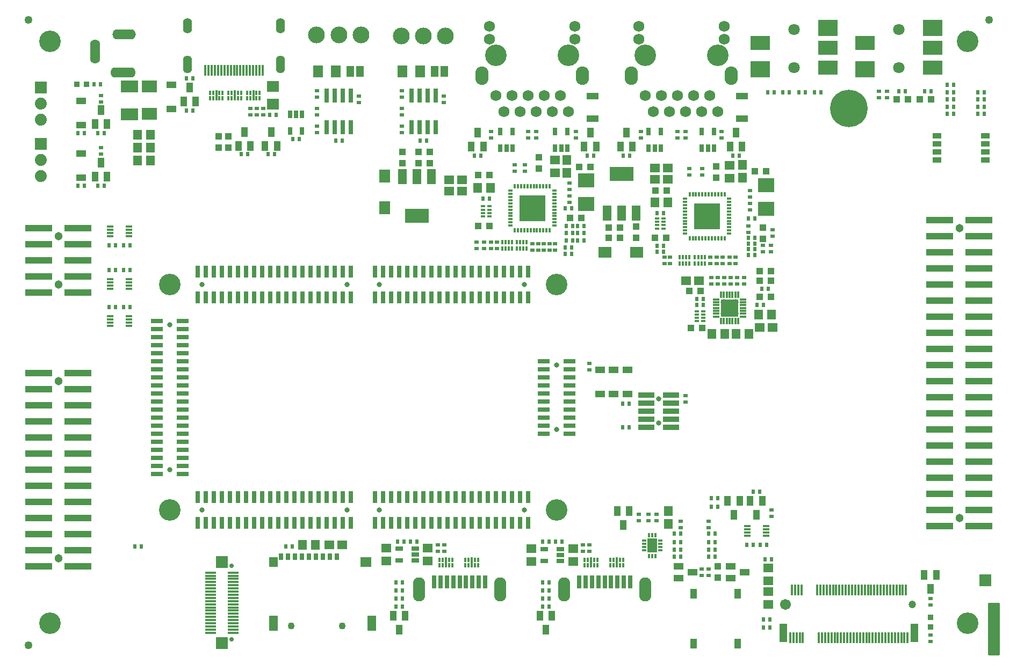
<source format=gbr>
G04 #@! TF.GenerationSoftware,KiCad,Pcbnew,5.1.0-rc2-unknown-036be7d~80~ubuntu16.04.1*
G04 #@! TF.CreationDate,2023-04-28T14:18:08+03:00*
G04 #@! TF.ProjectId,iMX8MPLUS-SOM-EVB_Rev_B,694d5838-4d50-44c5-9553-2d534f4d2d45,B*
G04 #@! TF.SameCoordinates,Original*
G04 #@! TF.FileFunction,Soldermask,Top*
G04 #@! TF.FilePolarity,Negative*
%FSLAX46Y46*%
G04 Gerber Fmt 4.6, Leading zero omitted, Abs format (unit mm)*
G04 Created by KiCad (PCBNEW 5.1.0-rc2-unknown-036be7d~80~ubuntu16.04.1) date 2023-04-28 14:18:08*
%MOMM*%
%LPD*%
G04 APERTURE LIST*
%ADD10C,1.301600*%
%ADD11R,4.351600X1.101600*%
%ADD12R,0.601600X0.651600*%
%ADD13R,1.101600X0.351600*%
%ADD14R,1.524000X1.524000*%
%ADD15R,4.101600X4.101600*%
%ADD16R,0.751600X0.351600*%
%ADD17R,0.351600X0.751600*%
%ADD18C,1.801600*%
%ADD19R,3.101599X2.201600*%
%ADD20R,3.101599X2.601600*%
%ADD21O,1.401600X2.401600*%
%ADD22R,0.351600X1.701600*%
%ADD23O,1.401600X2.801600*%
%ADD24R,1.101600X1.501600*%
%ADD25C,0.801600*%
%ADD26R,0.801600X1.901600*%
%ADD27R,1.901600X0.801600*%
%ADD28C,1.254000*%
%ADD29C,3.401601*%
%ADD30R,1.901600X1.701600*%
%ADD31R,0.651600X0.601600*%
%ADD32R,0.301600X0.776600*%
%ADD33R,0.401600X0.876600*%
%ADD34R,1.625600X1.371600*%
%ADD35R,1.879600X1.117600*%
%ADD36R,1.371600X1.625600*%
%ADD37R,1.117600X1.117600*%
%ADD38R,2.101600X1.801600*%
%ADD39R,1.501600X1.101600*%
%ADD40R,2.387600X1.879600*%
%ADD41R,1.701600X0.351600*%
%ADD42C,0.701600*%
%ADD43R,1.901600X1.901600*%
%ADD44R,2.801600X1.901600*%
%ADD45C,3.401600*%
%ADD46O,2.101600X2.901600*%
%ADD47C,1.751600*%
%ADD48R,0.700000X1.100000*%
%ADD49R,1.400000X1.600000*%
%ADD50R,1.800000X1.600000*%
%ADD51R,1.400000X2.400000*%
%ADD52C,1.101600*%
%ADD53R,1.117600X1.625600*%
%ADD54O,1.601600X3.801600*%
%ADD55O,3.701600X1.601600*%
%ADD56O,4.001600X1.601600*%
%ADD57R,0.901600X0.901600*%
%ADD58R,2.501600X2.201600*%
%ADD59R,0.426600X0.726600*%
%ADD60R,0.351600X0.726600*%
%ADD61R,0.726600X0.426600*%
%ADD62R,0.726600X0.351600*%
%ADD63R,1.301600X0.651600*%
%ADD64C,1.879600*%
%ADD65R,1.879600X1.879600*%
%ADD66R,0.801600X2.101600*%
%ADD67O,1.901600X3.801600*%
%ADD68R,3.701600X2.301600*%
%ADD69R,1.320800X2.336800*%
%ADD70R,0.651600X1.301600*%
%ADD71R,1.801600X2.101600*%
%ADD72C,2.641600*%
%ADD73R,1.270000X1.701800*%
%ADD74R,1.625600X1.879600*%
%ADD75R,0.701600X2.301600*%
%ADD76R,2.501600X0.861600*%
%ADD77R,1.001600X0.301600*%
%ADD78R,0.301600X1.001600*%
%ADD79C,1.701600*%
%ADD80C,0.991600*%
%ADD81R,2.801600X2.801600*%
%ADD82R,0.801600X0.351600*%
%ADD83R,0.351600X0.801600*%
%ADD84R,1.501600X2.201600*%
%ADD85R,1.371600X0.861600*%
%ADD86R,1.301600X2.851600*%
%ADD87R,0.351600X1.651600*%
%ADD88C,1.201600*%
%ADD89C,5.901600*%
%ADD90C,0.254000*%
G04 APERTURE END LIST*
D10*
X207010000Y-64770000D03*
X207010000Y-110490000D03*
D11*
X203885000Y-63500000D03*
X210135000Y-63500000D03*
X203885000Y-66040000D03*
X210135000Y-66040000D03*
X203885000Y-68580000D03*
X210135000Y-68580000D03*
X203885000Y-71120000D03*
X210135000Y-71120000D03*
X203885000Y-73660000D03*
X210135000Y-73660000D03*
X203885000Y-76200000D03*
X210135000Y-76200000D03*
X203885000Y-78740000D03*
X210135000Y-78740000D03*
X203885000Y-81280000D03*
X210135000Y-81280000D03*
X203885000Y-83820000D03*
X210135000Y-83820000D03*
X203885000Y-86360000D03*
X210135000Y-86360000D03*
X203885000Y-88900000D03*
X210135000Y-88900000D03*
X203885000Y-91440000D03*
X210135000Y-91440000D03*
X203885000Y-93980000D03*
X210135000Y-93980000D03*
X203885000Y-96520000D03*
X210135000Y-96520000D03*
X203885000Y-99060000D03*
X210135000Y-99060000D03*
X203885000Y-101600000D03*
X210135000Y-101600000D03*
X203885000Y-104140000D03*
X210135000Y-104140000D03*
X203885000Y-106680000D03*
X210135000Y-106680000D03*
X203885000Y-109220000D03*
X210135000Y-109220000D03*
X203885000Y-111760000D03*
X210135000Y-111760000D03*
D12*
X167894000Y-107315000D03*
X168910000Y-107315000D03*
D13*
X173601001Y-113272000D03*
X173601001Y-112772000D03*
X173601001Y-112272000D03*
X173601001Y-111772000D03*
X176601001Y-111772000D03*
X176601001Y-112272000D03*
X176601001Y-112772000D03*
X176601001Y-113272000D03*
D10*
X65024000Y-66040000D03*
D11*
X68149000Y-74930000D03*
X61899000Y-74930000D03*
X68149000Y-72390000D03*
X61899000Y-72390000D03*
X68149000Y-69850000D03*
X61899000Y-69850000D03*
X68149000Y-67310000D03*
X61899000Y-67310000D03*
X68149000Y-64770000D03*
X61899000Y-64770000D03*
D10*
X65024000Y-73660000D03*
D12*
X210947000Y-46736000D03*
X209931000Y-46736000D03*
D14*
X139700000Y-61595000D03*
D15*
X139700000Y-61595000D03*
D16*
X143175000Y-58845000D03*
X143175000Y-59345000D03*
X143175000Y-59845000D03*
X143175000Y-60345000D03*
X143175000Y-60845000D03*
X143175000Y-61345000D03*
X143175000Y-61845000D03*
X143175000Y-62345000D03*
X143175000Y-62845000D03*
X143175000Y-63345000D03*
X143175000Y-63845000D03*
X143175000Y-64345000D03*
D17*
X142450000Y-65070000D03*
X141950000Y-65070000D03*
X141450000Y-65070000D03*
X140950000Y-65070000D03*
X140450000Y-65070000D03*
X139950000Y-65070000D03*
X139450000Y-65070000D03*
X138950000Y-65070000D03*
X138450000Y-65070000D03*
X137950000Y-65070000D03*
X137450000Y-65070000D03*
X136950000Y-65070000D03*
D16*
X136225000Y-64345000D03*
X136225000Y-63845000D03*
X136225000Y-63345000D03*
X136225000Y-62845000D03*
X136225000Y-62345000D03*
X136225000Y-61845000D03*
X136225000Y-61345000D03*
X136225000Y-60845000D03*
X136225000Y-60345000D03*
X136225000Y-59845000D03*
X136225000Y-59345000D03*
X136225000Y-58845000D03*
D17*
X136950000Y-58120000D03*
X137450000Y-58120000D03*
X137950000Y-58120000D03*
X138450000Y-58120000D03*
X138950000Y-58120000D03*
X139450000Y-58120000D03*
X139950000Y-58120000D03*
X140450000Y-58120000D03*
X140950000Y-58120000D03*
X141450000Y-58120000D03*
X141950000Y-58120000D03*
X142450000Y-58120000D03*
D14*
X167259000Y-62865000D03*
D15*
X167259000Y-62865000D03*
D16*
X170734000Y-60115000D03*
X170734000Y-60615000D03*
X170734000Y-61115000D03*
X170734000Y-61615000D03*
X170734000Y-62115000D03*
X170734000Y-62615000D03*
X170734000Y-63115000D03*
X170734000Y-63615000D03*
X170734000Y-64115000D03*
X170734000Y-64615000D03*
X170734000Y-65115000D03*
X170734000Y-65615000D03*
D17*
X170009000Y-66340000D03*
X169509000Y-66340000D03*
X169009000Y-66340000D03*
X168509000Y-66340000D03*
X168009000Y-66340000D03*
X167509000Y-66340000D03*
X167009000Y-66340000D03*
X166509000Y-66340000D03*
X166009000Y-66340000D03*
X165509000Y-66340000D03*
X165009000Y-66340000D03*
X164509000Y-66340000D03*
D16*
X163784000Y-65615000D03*
X163784000Y-65115000D03*
X163784000Y-64615000D03*
X163784000Y-64115000D03*
X163784000Y-63615000D03*
X163784000Y-63115000D03*
X163784000Y-62615000D03*
X163784000Y-62115000D03*
X163784000Y-61615000D03*
X163784000Y-61115000D03*
X163784000Y-60615000D03*
X163784000Y-60115000D03*
D17*
X164509000Y-59390000D03*
X165009000Y-59390000D03*
X165509000Y-59390000D03*
X166009000Y-59390000D03*
X166509000Y-59390000D03*
X167009000Y-59390000D03*
X167509000Y-59390000D03*
X168009000Y-59390000D03*
X168509000Y-59390000D03*
X169009000Y-59390000D03*
X169509000Y-59390000D03*
X170009000Y-59390000D03*
D18*
X180975000Y-39401000D03*
X180975000Y-33401000D03*
D19*
X186275000Y-36301000D03*
X175675000Y-35501000D03*
X186275000Y-39401000D03*
D20*
X175675000Y-39701000D03*
X186275000Y-33201000D03*
D18*
X197485000Y-39401000D03*
X197485000Y-33401000D03*
D19*
X202785000Y-36301000D03*
X192185000Y-35501000D03*
X202785000Y-39401000D03*
D20*
X192185000Y-39701000D03*
X202785000Y-33201000D03*
D21*
X100010000Y-32840000D03*
D22*
X97210000Y-39840000D03*
X96710000Y-39840000D03*
X96210000Y-39840000D03*
X95710000Y-39840000D03*
X95210000Y-39840000D03*
X94710000Y-39840000D03*
X94210000Y-39840000D03*
X93710000Y-39840000D03*
X93210000Y-39840000D03*
X92710000Y-39840000D03*
X92210000Y-39840000D03*
X91710000Y-39840000D03*
X91210000Y-39840000D03*
X90710000Y-39840000D03*
X90210000Y-39840000D03*
X89710000Y-39840000D03*
X89210000Y-39840000D03*
X88710000Y-39840000D03*
X88210000Y-39840000D03*
D21*
X85410000Y-32840000D03*
D23*
X85410000Y-38890000D03*
X100010000Y-38890000D03*
D24*
X131061460Y-49697640D03*
X132016500Y-51907440D03*
X130114040Y-51907440D03*
D25*
X87630000Y-73660000D03*
D26*
X98425000Y-71628000D03*
X98425000Y-75692000D03*
X97155000Y-71628000D03*
X97155000Y-75692000D03*
X95885000Y-71628000D03*
X95885000Y-75692000D03*
X94615000Y-71628000D03*
X94615000Y-75692000D03*
X93345000Y-71628000D03*
X93345000Y-75692000D03*
X92075000Y-71628000D03*
X92075000Y-75692000D03*
X90805000Y-71628000D03*
X90805000Y-75692000D03*
X89535000Y-71628000D03*
X89535000Y-75692000D03*
X88265000Y-71628000D03*
X88265000Y-75692000D03*
X86995000Y-71628000D03*
X86995000Y-75692000D03*
X99695000Y-75692000D03*
X99695000Y-71628000D03*
X100965000Y-75692000D03*
X100965000Y-71628000D03*
X102235000Y-75692000D03*
X102235000Y-71628000D03*
X103505000Y-75692000D03*
X103505000Y-71628000D03*
X104775000Y-75692000D03*
X104775000Y-71628000D03*
X106045000Y-75692000D03*
X106045000Y-71628000D03*
X107315000Y-75692000D03*
X107315000Y-71628000D03*
X108585000Y-75692000D03*
X108585000Y-71628000D03*
X109855000Y-75692000D03*
X109855000Y-71628000D03*
X111125000Y-75692000D03*
X111125000Y-71628000D03*
D25*
X110490000Y-73660000D03*
X115570000Y-73660000D03*
D26*
X126365000Y-71628000D03*
X126365000Y-75692000D03*
X125095000Y-71628000D03*
X125095000Y-75692000D03*
X123825000Y-71628000D03*
X123825000Y-75692000D03*
X122555000Y-71628000D03*
X122555000Y-75692000D03*
X121285000Y-71628000D03*
X121285000Y-75692000D03*
X120015000Y-71628000D03*
X120015000Y-75692000D03*
X118745000Y-71628000D03*
X118745000Y-75692000D03*
X117475000Y-71628000D03*
X117475000Y-75692000D03*
X116205000Y-71628000D03*
X116205000Y-75692000D03*
X114935000Y-71628000D03*
X114935000Y-75692000D03*
X127635000Y-75692000D03*
X127635000Y-71628000D03*
X128905000Y-75692000D03*
X128905000Y-71628000D03*
X130175000Y-75692000D03*
X130175000Y-71628000D03*
X131445000Y-75692000D03*
X131445000Y-71628000D03*
X132715000Y-75692000D03*
X132715000Y-71628000D03*
X133985000Y-75692000D03*
X133985000Y-71628000D03*
X135255000Y-75692000D03*
X135255000Y-71628000D03*
X136525000Y-75692000D03*
X136525000Y-71628000D03*
X137795000Y-75692000D03*
X137795000Y-71628000D03*
X139065000Y-75692000D03*
X139065000Y-71628000D03*
D25*
X138430000Y-73660000D03*
X115570000Y-109220000D03*
D26*
X126365000Y-107188000D03*
X126365000Y-111252000D03*
X125095000Y-107188000D03*
X125095000Y-111252000D03*
X123825000Y-107188000D03*
X123825000Y-111252000D03*
X122555000Y-107188000D03*
X122555000Y-111252000D03*
X121285000Y-107188000D03*
X121285000Y-111252000D03*
X120015000Y-107188000D03*
X120015000Y-111252000D03*
X118745000Y-107188000D03*
X118745000Y-111252000D03*
X117475000Y-107188000D03*
X117475000Y-111252000D03*
X116205000Y-107188000D03*
X116205000Y-111252000D03*
X114935000Y-107188000D03*
X114935000Y-111252000D03*
X127635000Y-111252000D03*
X127635000Y-107188000D03*
X128905000Y-111252000D03*
X128905000Y-107188000D03*
X130175000Y-111252000D03*
X130175000Y-107188000D03*
X131445000Y-111252000D03*
X131445000Y-107188000D03*
X132715000Y-111252000D03*
X132715000Y-107188000D03*
X133985000Y-111252000D03*
X133985000Y-107188000D03*
X135255000Y-111252000D03*
X135255000Y-107188000D03*
X136525000Y-111252000D03*
X136525000Y-107188000D03*
X137795000Y-111252000D03*
X137795000Y-107188000D03*
X139065000Y-111252000D03*
X139065000Y-107188000D03*
D25*
X138430000Y-109220000D03*
X87630000Y-109220000D03*
D26*
X98425000Y-107188000D03*
X98425000Y-111252000D03*
X97155000Y-107188000D03*
X97155000Y-111252000D03*
X95885000Y-107188000D03*
X95885000Y-111252000D03*
X94615000Y-107188000D03*
X94615000Y-111252000D03*
X93345000Y-107188000D03*
X93345000Y-111252000D03*
X92075000Y-107188000D03*
X92075000Y-111252000D03*
X90805000Y-107188000D03*
X90805000Y-111252000D03*
X89535000Y-107188000D03*
X89535000Y-111252000D03*
X88265000Y-107188000D03*
X88265000Y-111252000D03*
X86995000Y-107188000D03*
X86995000Y-111252000D03*
X99695000Y-111252000D03*
X99695000Y-107188000D03*
X100965000Y-111252000D03*
X100965000Y-107188000D03*
X102235000Y-111252000D03*
X102235000Y-107188000D03*
X103505000Y-111252000D03*
X103505000Y-107188000D03*
X104775000Y-111252000D03*
X104775000Y-107188000D03*
X106045000Y-111252000D03*
X106045000Y-107188000D03*
X107315000Y-111252000D03*
X107315000Y-107188000D03*
X108585000Y-111252000D03*
X108585000Y-107188000D03*
X109855000Y-111252000D03*
X109855000Y-107188000D03*
X111125000Y-111252000D03*
X111125000Y-107188000D03*
D25*
X110490000Y-109220000D03*
X82550000Y-80010000D03*
D27*
X84582000Y-90805000D03*
X80518000Y-90805000D03*
X84582000Y-89535000D03*
X80518000Y-89535000D03*
X84582000Y-88265000D03*
X80518000Y-88265000D03*
X84582000Y-86995000D03*
X80518000Y-86995000D03*
X84582000Y-85725000D03*
X80518000Y-85725000D03*
X84582000Y-84455000D03*
X80518000Y-84455000D03*
X84582000Y-83185000D03*
X80518000Y-83185000D03*
X84582000Y-81915000D03*
X80518000Y-81915000D03*
X84582000Y-80645000D03*
X80518000Y-80645000D03*
X84582000Y-79375000D03*
X80518000Y-79375000D03*
X80518000Y-92075000D03*
X84582000Y-92075000D03*
X80518000Y-93345000D03*
X84582000Y-93345000D03*
X80518000Y-94615000D03*
X84582000Y-94615000D03*
X80518000Y-95885000D03*
X84582000Y-95885000D03*
X80518000Y-97155000D03*
X84582000Y-97155000D03*
X80518000Y-98425000D03*
X84582000Y-98425000D03*
X80518000Y-99695000D03*
X84582000Y-99695000D03*
X80518000Y-100965000D03*
X84582000Y-100965000D03*
X80518000Y-102235000D03*
X84582000Y-102235000D03*
X80518000Y-103505000D03*
X84582000Y-103505000D03*
D25*
X82550000Y-102870000D03*
X143510000Y-86360000D03*
X143510000Y-96520000D03*
D27*
X145542000Y-97155000D03*
X141478000Y-97155000D03*
X145542000Y-95885000D03*
X141478000Y-95885000D03*
X145542000Y-94615000D03*
X141478000Y-94615000D03*
X145542000Y-93345000D03*
X141478000Y-93345000D03*
X145542000Y-92075000D03*
X141478000Y-92075000D03*
X145542000Y-90805000D03*
X141478000Y-90805000D03*
X145542000Y-89535000D03*
X141478000Y-89535000D03*
X145542000Y-88265000D03*
X141478000Y-88265000D03*
X145542000Y-86995000D03*
X141478000Y-86995000D03*
X145542000Y-85725000D03*
X141478000Y-85725000D03*
D28*
X60300000Y-130500000D03*
X211700000Y-31900000D03*
X60300000Y-31900000D03*
D29*
X82550000Y-109220000D03*
X143510000Y-109220000D03*
X143510000Y-73660000D03*
X82550000Y-73660000D03*
D24*
X84775040Y-44795440D03*
X86677500Y-44795440D03*
X85722460Y-42585640D03*
D30*
X98806000Y-42415000D03*
X98806000Y-45215000D03*
D12*
X85217000Y-46228001D03*
X86233000Y-46228001D03*
D31*
X95250000Y-46863000D03*
X95250000Y-45847000D03*
X96266000Y-46863000D03*
X96266000Y-45847000D03*
X97282000Y-45847000D03*
X97282000Y-46863000D03*
D12*
X99314000Y-46863000D03*
X98298000Y-46863000D03*
D32*
X88916000Y-44252500D03*
X89416000Y-44252500D03*
D33*
X89916000Y-44202500D03*
D32*
X90416000Y-44252500D03*
X90916000Y-44252500D03*
X90916000Y-43377500D03*
X90416000Y-43377500D03*
D33*
X89916000Y-43427500D03*
D32*
X89416000Y-43377500D03*
X88916000Y-43377500D03*
X91837000Y-44252500D03*
X92337000Y-44252500D03*
D33*
X92837000Y-44202500D03*
D32*
X93337000Y-44252500D03*
X93837000Y-44252500D03*
X93837000Y-43377500D03*
X93337000Y-43377500D03*
D33*
X92837000Y-43427500D03*
D32*
X92337000Y-43377500D03*
X91837000Y-43377500D03*
X94758000Y-44252500D03*
X95258000Y-44252500D03*
D33*
X95758000Y-44202500D03*
D32*
X96258000Y-44252500D03*
X96758000Y-44252500D03*
X96758000Y-43377500D03*
X96258000Y-43377500D03*
D33*
X95758000Y-43427500D03*
D32*
X95258000Y-43377500D03*
X94758000Y-43377500D03*
D34*
X123190000Y-117221000D03*
X123190000Y-115189000D03*
X116713000Y-117221000D03*
X116713000Y-115189000D03*
D31*
X162560000Y-49530000D03*
X162560000Y-50546000D03*
X163830000Y-49530000D03*
X163830000Y-50546000D03*
D35*
X172720000Y-43942000D03*
X172720000Y-47498000D03*
D31*
X164464999Y-55372000D03*
X164464999Y-56388000D03*
X166497000Y-55372000D03*
X166497000Y-56388000D03*
D36*
X161036000Y-60706000D03*
X159004000Y-60706000D03*
D12*
X174752000Y-66294000D03*
X173736000Y-66294000D03*
D37*
X159130999Y-58801000D03*
X160908999Y-58801000D03*
X159004000Y-66294000D03*
X160782000Y-66294000D03*
D31*
X161417000Y-70357999D03*
X161417000Y-69341999D03*
D37*
X176022000Y-66421000D03*
X176022000Y-64643000D03*
D34*
X170815000Y-56896000D03*
X170815000Y-54864000D03*
D37*
X168656000Y-54991000D03*
X168656000Y-56769000D03*
D12*
X174752000Y-63246000D03*
X173736000Y-63246000D03*
D31*
X169672000Y-70358000D03*
X169672000Y-69342000D03*
D12*
X159385000Y-62357000D03*
X160401000Y-62357000D03*
D31*
X160528000Y-70357999D03*
X160528000Y-69341999D03*
D12*
X174752000Y-67183000D03*
X173736000Y-67183000D03*
D31*
X173990000Y-59817000D03*
X173990000Y-58801000D03*
X173990000Y-60833000D03*
X173990000Y-61849000D03*
D37*
X156083000Y-66294000D03*
X156083000Y-64516000D03*
X151765000Y-64643001D03*
X153543000Y-64643001D03*
D36*
X103505000Y-114681000D03*
X105537000Y-114681000D03*
X77469999Y-54102000D03*
X79501999Y-54102000D03*
D38*
X156170000Y-68580000D03*
X151170000Y-68580000D03*
D39*
X68580000Y-56764000D03*
X68580000Y-52964000D03*
D40*
X79375000Y-42400000D03*
X79375000Y-46754000D03*
D41*
X92605000Y-124575000D03*
X89005000Y-123075000D03*
X92605000Y-119075000D03*
X89005000Y-125075000D03*
X92605000Y-126075000D03*
X89005000Y-119075000D03*
X89005000Y-128575000D03*
X89005000Y-125575000D03*
X92605000Y-128575000D03*
X89005000Y-122075000D03*
X89005000Y-122575000D03*
X89005000Y-127575000D03*
X89005000Y-124575000D03*
X89005000Y-127075000D03*
X92605000Y-127075000D03*
X92605000Y-122575000D03*
X89005000Y-126575000D03*
X92605000Y-126575000D03*
X89005000Y-121575000D03*
X92605000Y-125075000D03*
X92605000Y-127575000D03*
X92605000Y-123075000D03*
X92605000Y-124075000D03*
X89005000Y-124075000D03*
X89005000Y-128075000D03*
X92605000Y-120075000D03*
X92605000Y-128075000D03*
X92605000Y-123575000D03*
X92605000Y-120575000D03*
X89005000Y-123575000D03*
X89005000Y-121075000D03*
X89005000Y-120075000D03*
X89005000Y-120575000D03*
X89005000Y-126075000D03*
X92605000Y-121075000D03*
X92605000Y-121575000D03*
X92605000Y-125575000D03*
X92605000Y-122075000D03*
X89005000Y-119575000D03*
X92605000Y-119575000D03*
D42*
X92305000Y-129625000D03*
X92305000Y-118025000D03*
D43*
X90805000Y-130225000D03*
X90805000Y-117425000D03*
D44*
X76200000Y-46776999D03*
X76200000Y-42376999D03*
D36*
X172847000Y-56769000D03*
X172847000Y-54737000D03*
D34*
X161036000Y-55245000D03*
X159004000Y-55245000D03*
X161035998Y-57023000D03*
X159003998Y-57023000D03*
X109728000Y-114681000D03*
X107696000Y-114681000D03*
D45*
X168910000Y-37465000D03*
X157480000Y-37465000D03*
D46*
X171095000Y-40665000D03*
X155295000Y-40665000D03*
D47*
X169926000Y-32893000D03*
X169926000Y-34925000D03*
X156464000Y-32893000D03*
X156464000Y-34925000D03*
X168910000Y-46355000D03*
X167640000Y-43815000D03*
X166370000Y-46355000D03*
X165100000Y-43815000D03*
X163830000Y-46355000D03*
X162560000Y-43815000D03*
X161290000Y-46355000D03*
X160020000Y-43815000D03*
X158750000Y-46355000D03*
X157480000Y-43815000D03*
D48*
X100130000Y-116575000D03*
X101230000Y-116575000D03*
X102330000Y-116575000D03*
X103430000Y-116575000D03*
X104530000Y-116575000D03*
X105630000Y-116575000D03*
X106730000Y-116575000D03*
X107830000Y-116575000D03*
X108930000Y-116575000D03*
D49*
X98930000Y-117455000D03*
D50*
X113530000Y-117455000D03*
D51*
X98930000Y-127055000D03*
X114430000Y-127055000D03*
D52*
X109728000Y-127457200D03*
X101727000Y-127457200D03*
D53*
X172085000Y-130302000D03*
X172085000Y-122428000D03*
D54*
X70785000Y-36936000D03*
D55*
X75385000Y-34190000D03*
D56*
X75235000Y-40190000D03*
D57*
X67945000Y-42037000D03*
X69469000Y-42037000D03*
D58*
X176530000Y-61667000D03*
X176530000Y-57967000D03*
D12*
X120523000Y-114173000D03*
X121539000Y-114173000D03*
X119507000Y-114173000D03*
X118491000Y-114173000D03*
X174752000Y-68961000D03*
X173736000Y-68961000D03*
D31*
X171704001Y-69342000D03*
X171704001Y-70358000D03*
X167767000Y-69342000D03*
X167767000Y-70358000D03*
X168783000Y-70357999D03*
X168783000Y-69341999D03*
D12*
X160401000Y-67564000D03*
X159385000Y-67564000D03*
X160401000Y-68453000D03*
X159385000Y-68453000D03*
D31*
X170815001Y-70358000D03*
X170815001Y-69342000D03*
X173736000Y-64389000D03*
X173736000Y-65405000D03*
D12*
X172339000Y-53340000D03*
X171323000Y-53340000D03*
D31*
X169545000Y-49530000D03*
X169545000Y-50546000D03*
X156845000Y-49530000D03*
X156845000Y-50546000D03*
D12*
X155067000Y-53340000D03*
X154051000Y-53340000D03*
D31*
X177546000Y-66040000D03*
X177546000Y-65024000D03*
X176022000Y-68452999D03*
X176022000Y-67436999D03*
X177292000Y-68453000D03*
X177292000Y-67437000D03*
D37*
X176530000Y-55753000D03*
X174752000Y-55753000D03*
D12*
X174752000Y-68072000D03*
X173736000Y-68072000D03*
D37*
X151764999Y-66293999D03*
X153542999Y-66293999D03*
D12*
X68072000Y-58039000D03*
X69088000Y-58039000D03*
X100838000Y-114935000D03*
X101854000Y-114935000D03*
X70612000Y-42037001D03*
X71628000Y-42037001D03*
D59*
X164493000Y-69337500D03*
X164493000Y-70362500D03*
D60*
X163953000Y-69337500D03*
X163953000Y-70362500D03*
X163453000Y-69337500D03*
X163453000Y-70362500D03*
D59*
X162913000Y-69337500D03*
X162913000Y-70362500D03*
X165326000Y-70362499D03*
X165326000Y-69337499D03*
D60*
X165866000Y-70362499D03*
X165866000Y-69337499D03*
X166366000Y-70362499D03*
X166366000Y-69337499D03*
D59*
X166906000Y-70362499D03*
X166906000Y-69337499D03*
D61*
X159380500Y-63218000D03*
X160405500Y-63218000D03*
D62*
X159380500Y-63758000D03*
X160405500Y-63758000D03*
X159380500Y-64258000D03*
X160405500Y-64258000D03*
D61*
X159380500Y-64798000D03*
X160405500Y-64798000D03*
D53*
X165100000Y-130302000D03*
X165100000Y-122428000D03*
D32*
X129175000Y-117912500D03*
X129675000Y-117912500D03*
D33*
X130175000Y-117862500D03*
D32*
X130675000Y-117912500D03*
X131175000Y-117912500D03*
X131175000Y-117037500D03*
X130675000Y-117037500D03*
D33*
X130175000Y-117087500D03*
D32*
X129675000Y-117037500D03*
X129175000Y-117037500D03*
X127111000Y-117037500D03*
X126611000Y-117037500D03*
D33*
X126111000Y-117087500D03*
D32*
X125611000Y-117037500D03*
X125111000Y-117037500D03*
X125111000Y-117912500D03*
X125611000Y-117912500D03*
D33*
X126111000Y-117862500D03*
D32*
X126611000Y-117912500D03*
X127111000Y-117912500D03*
D63*
X121315000Y-117155001D03*
X121315000Y-116205001D03*
X121315000Y-115255001D03*
X118715000Y-117155001D03*
X118715000Y-115255001D03*
D64*
X62230000Y-56515000D03*
X62230000Y-53975000D03*
D65*
X62230000Y-51435000D03*
D66*
X132270000Y-120550000D03*
X127270000Y-120550000D03*
X124270000Y-120550000D03*
X126270000Y-120550000D03*
X128270000Y-120550000D03*
X130270000Y-120550000D03*
X131270000Y-120550000D03*
X125270000Y-120550000D03*
X129270000Y-120550000D03*
D67*
X134670000Y-121750000D03*
X121870000Y-121750000D03*
D68*
X153801199Y-56194001D03*
D69*
X156112599Y-62391801D03*
X153801199Y-62391801D03*
X151489799Y-62391801D03*
D29*
X63700000Y-127100000D03*
X63700000Y-35300000D03*
X208300000Y-35300000D03*
X208300000Y-127100000D03*
D12*
X78105000Y-114935000D03*
X77089000Y-114935000D03*
D70*
X103439000Y-46833000D03*
X102489000Y-46833000D03*
X101539000Y-46833000D03*
X103439000Y-49433000D03*
X101539000Y-49433000D03*
D37*
X90297000Y-50292000D03*
X90297000Y-52070000D03*
X91821000Y-50292000D03*
X91821000Y-52070000D03*
D12*
X102997000Y-50673001D03*
X101981000Y-50673001D03*
D39*
X82804000Y-45969000D03*
X82804000Y-42169000D03*
D24*
X93411040Y-51780440D03*
X95313500Y-51780440D03*
X94358460Y-49570640D03*
X97602040Y-51780440D03*
X99504500Y-51780440D03*
X98549460Y-49570640D03*
D12*
X85217000Y-41148000D03*
X86233000Y-41148000D03*
X93853000Y-53085999D03*
X94869000Y-53085999D03*
X98044000Y-53085999D03*
X99060000Y-53085999D03*
D31*
X124841000Y-114681000D03*
X124841000Y-115697000D03*
X125857000Y-114681000D03*
X125857000Y-115697000D03*
D24*
X119694960Y-125892560D03*
X117792500Y-125892560D03*
X118747540Y-128102360D03*
D12*
X119253000Y-120650000D03*
X118237000Y-120650000D03*
X119253000Y-121919999D03*
X118237000Y-121919999D03*
X118237000Y-124460001D03*
X119253000Y-124460001D03*
X118237000Y-123190000D03*
X119253000Y-123190000D03*
D24*
X170881040Y-51907440D03*
X172783500Y-51907440D03*
X171828460Y-49697640D03*
X153609040Y-51907440D03*
X155511500Y-51907440D03*
X154556460Y-49697640D03*
D31*
X139065000Y-49530000D03*
X139065000Y-50546000D03*
X140335000Y-49530000D03*
X140335000Y-50546000D03*
D35*
X149225000Y-43942000D03*
X149225000Y-47498000D03*
D34*
X143256000Y-56007000D03*
X143256000Y-53975000D03*
D31*
X136906000Y-54737000D03*
X136906000Y-55753000D03*
D37*
X140716000Y-53594000D03*
X140716000Y-55372000D03*
D31*
X138557000Y-54737000D03*
X138557000Y-55753000D03*
D12*
X145923000Y-61595000D03*
X144907000Y-61595000D03*
D36*
X133096000Y-58420000D03*
X131064000Y-58420000D03*
D31*
X141541500Y-68199000D03*
X141541500Y-67183000D03*
D12*
X146050001Y-65532000D03*
X145034001Y-65532000D03*
D37*
X131191000Y-56388000D03*
X132969000Y-56388000D03*
D12*
X131952999Y-60071000D03*
X132968999Y-60071000D03*
D37*
X131191000Y-64389000D03*
X132969000Y-64389000D03*
D31*
X133223000Y-67945000D03*
X133223000Y-66929000D03*
X134112000Y-67945000D03*
X134112000Y-66929000D03*
D12*
X146050000Y-66675001D03*
X145034000Y-66675001D03*
D37*
X147447000Y-63119000D03*
X145669000Y-63119000D03*
D31*
X145542000Y-58674000D03*
X145542000Y-57658000D03*
X145542000Y-59690000D03*
X145542000Y-60706000D03*
D37*
X119253000Y-52705000D03*
X119253000Y-54483000D03*
X123570999Y-54483000D03*
X121792999Y-54483000D03*
D71*
X116459000Y-56555001D03*
X116459000Y-61555001D03*
D24*
X147894040Y-51907440D03*
X149796500Y-51907440D03*
X148841460Y-49697640D03*
D36*
X145161000Y-56007001D03*
X145161000Y-53975001D03*
D34*
X128651000Y-57150000D03*
X126619000Y-57150000D03*
X128651000Y-58928000D03*
X126619000Y-58928000D03*
D45*
X145415000Y-37465000D03*
X133985000Y-37465000D03*
D46*
X147600000Y-40665000D03*
X131800000Y-40665000D03*
D47*
X146431000Y-32893000D03*
X146431000Y-34925000D03*
X132969000Y-32893000D03*
X132969000Y-34925000D03*
X145415000Y-46355000D03*
X144145000Y-43815000D03*
X142875000Y-46355000D03*
X141605000Y-43815000D03*
X140335000Y-46355000D03*
X139065000Y-43815000D03*
X137795000Y-46355000D03*
X136525000Y-43815000D03*
X135255000Y-46355000D03*
X133985000Y-43815000D03*
D58*
X148209000Y-60905000D03*
X148209000Y-57205000D03*
D12*
X145923000Y-68834001D03*
X144907000Y-68834001D03*
D31*
X143319500Y-67183000D03*
X143319500Y-68199000D03*
X142430500Y-67183000D03*
X142430500Y-68199000D03*
X140652500Y-67183000D03*
X140652500Y-68199000D03*
X139763500Y-67183000D03*
X139763500Y-68199000D03*
X130937001Y-66929000D03*
X130937001Y-67945000D03*
X132080000Y-66929000D03*
X132080000Y-67945000D03*
D12*
X145034001Y-64389000D03*
X146050001Y-64389000D03*
X149352000Y-53340000D03*
X148336000Y-53340000D03*
X131572000Y-53340000D03*
X130556000Y-53340000D03*
D31*
X146558000Y-49530000D03*
X146558000Y-50546000D03*
X133223000Y-49530000D03*
X133223000Y-50546000D03*
D37*
X148844000Y-55118000D03*
X147066000Y-55118000D03*
D12*
X147828000Y-64389000D03*
X146812000Y-64389000D03*
X147828000Y-65532000D03*
X146812000Y-65532000D03*
X147828000Y-66675000D03*
X146812000Y-66675000D03*
X145923000Y-67818000D03*
X144907000Y-67818000D03*
D37*
X123571000Y-52705001D03*
X121793000Y-52705001D03*
D59*
X136553000Y-66924500D03*
X136553000Y-67949500D03*
D60*
X136013000Y-66924500D03*
X136013000Y-67949500D03*
X135513000Y-66924500D03*
X135513000Y-67949500D03*
D59*
X134973000Y-66924500D03*
X134973000Y-67949500D03*
X137259000Y-67949500D03*
X137259000Y-66924500D03*
D60*
X137799000Y-67949500D03*
X137799000Y-66924500D03*
X138299000Y-67949500D03*
X138299000Y-66924500D03*
D59*
X138839000Y-67949500D03*
X138839000Y-66924500D03*
D61*
X131948499Y-61313000D03*
X132973499Y-61313000D03*
D62*
X131948499Y-61853000D03*
X132973499Y-61853000D03*
X131948499Y-62353000D03*
X132973499Y-62353000D03*
D61*
X131948499Y-62893000D03*
X132973499Y-62893000D03*
D68*
X121538999Y-62789000D03*
D69*
X119227599Y-56591200D03*
X121538999Y-56591200D03*
X123850399Y-56591200D03*
D31*
X112395000Y-43942000D03*
X112395000Y-44958000D03*
D12*
X109728000Y-50927000D03*
X108712000Y-50927000D03*
D72*
X112720000Y-34290000D03*
X105720000Y-34290000D03*
X109220000Y-34290000D03*
D73*
X112522000Y-40005000D03*
X110998000Y-40005000D03*
X110998000Y-40005000D03*
D74*
X105918000Y-40005000D03*
X108712000Y-40005000D03*
D31*
X105791000Y-45846999D03*
X105791000Y-46862999D03*
X105791000Y-44069000D03*
X105791000Y-43053000D03*
X105791000Y-49657000D03*
X105791000Y-48641000D03*
D75*
X107315001Y-43855000D03*
X108585001Y-43855000D03*
X109855001Y-43855000D03*
X111125001Y-43855000D03*
X111125001Y-48855000D03*
X109855001Y-48855000D03*
X108585001Y-48855000D03*
X107315001Y-48855000D03*
D31*
X125730000Y-43942000D03*
X125730000Y-44958000D03*
D12*
X123063000Y-50927000D03*
X122047000Y-50927000D03*
D72*
X126055000Y-34452001D03*
X119055000Y-34452001D03*
X122555000Y-34452001D03*
D73*
X125857000Y-40005000D03*
X124333000Y-40005000D03*
X124333000Y-40005000D03*
D74*
X119253000Y-40005000D03*
X122047000Y-40005000D03*
D31*
X119126001Y-45847000D03*
X119126001Y-46863000D03*
X119126000Y-44069000D03*
X119126000Y-43053000D03*
X119126000Y-49657000D03*
X119126000Y-48641000D03*
D75*
X120650000Y-43855000D03*
X121920000Y-43855000D03*
X123190000Y-43855000D03*
X124460000Y-43855000D03*
X124460000Y-48855000D03*
X123190000Y-48855000D03*
X121920000Y-48855000D03*
X120650000Y-48855000D03*
D24*
X70805040Y-56606440D03*
X72707500Y-56606440D03*
X71752460Y-54396640D03*
D31*
X71755000Y-53086000D03*
X71755000Y-52070000D03*
D12*
X72263000Y-58039000D03*
X71247000Y-58039000D03*
D39*
X68580000Y-48509000D03*
X68580000Y-44709000D03*
D24*
X70805040Y-48351440D03*
X72707500Y-48351440D03*
X71752460Y-46141640D03*
D65*
X62230000Y-42545000D03*
D64*
X62230000Y-45085000D03*
X62230000Y-47625000D03*
D12*
X68072000Y-49784000D03*
X69088000Y-49784000D03*
D31*
X71755000Y-44831000D03*
X71755000Y-43815000D03*
D12*
X72263000Y-49784000D03*
X71247000Y-49784000D03*
D25*
X159639000Y-95504000D03*
X159639000Y-91694000D03*
D76*
X157688500Y-94869000D03*
X157688500Y-93599000D03*
X157688500Y-91059000D03*
X157688500Y-92329000D03*
X157688500Y-96139000D03*
X161589500Y-91059000D03*
X161589500Y-92329000D03*
X161589500Y-93599000D03*
X161589500Y-94869000D03*
X161589500Y-96139000D03*
D39*
X154686000Y-87127000D03*
X154686000Y-90927000D03*
X152527000Y-87126999D03*
X152527000Y-90926999D03*
X150368000Y-87127000D03*
X150368000Y-90927000D03*
D31*
X148717000Y-87122000D03*
X148717000Y-86106000D03*
D12*
X154940000Y-96139000D03*
X153924000Y-96139000D03*
X154940000Y-92456000D03*
X153924000Y-92456000D03*
D31*
X163830000Y-91186000D03*
X163830000Y-92202000D03*
D12*
X181737000Y-43307000D03*
X182753000Y-43307000D03*
X180213000Y-43307000D03*
X179197000Y-43307000D03*
D37*
X177292000Y-71501000D03*
X175514000Y-71501000D03*
X177291999Y-73025000D03*
X175513999Y-73025000D03*
X164465000Y-74676000D03*
X166243000Y-74676000D03*
X164719000Y-80518000D03*
X166497000Y-80518000D03*
D12*
X165608000Y-75946000D03*
X166624000Y-75946000D03*
X165608000Y-76835000D03*
X166624000Y-76835000D03*
D36*
X171831000Y-81407000D03*
X173863000Y-81407000D03*
X170053000Y-81407000D03*
X168021000Y-81407000D03*
D31*
X173101000Y-73533000D03*
X173101000Y-72517000D03*
D12*
X176911000Y-74295000D03*
X175895000Y-74295000D03*
D37*
X200787000Y-44450000D03*
X202565000Y-44450000D03*
X177292000Y-75565000D03*
X175514000Y-75565000D03*
D36*
X177419000Y-78359000D03*
X175387000Y-78359000D03*
D37*
X197104000Y-44450000D03*
X198882000Y-44450000D03*
D31*
X194310000Y-44196000D03*
X194310000Y-43180000D03*
X195580000Y-44196000D03*
X195580000Y-43180000D03*
D34*
X163957000Y-73025000D03*
X165989000Y-73025000D03*
X177546000Y-80391000D03*
X175514000Y-80391000D03*
D31*
X168910000Y-72517000D03*
X168910000Y-73533000D03*
X169926000Y-72517000D03*
X169926000Y-73533000D03*
X170942000Y-72517000D03*
X170942000Y-73533000D03*
X171958000Y-72517000D03*
X171958000Y-73533000D03*
X167894000Y-72517000D03*
X167894000Y-73533000D03*
D12*
X185166000Y-43307000D03*
X184150000Y-43307000D03*
X176784000Y-43307000D03*
X177800000Y-43307000D03*
X176149000Y-76835000D03*
X175133000Y-76835000D03*
X202565000Y-43180000D03*
X201549000Y-43180000D03*
X198501000Y-43180000D03*
X197485000Y-43180000D03*
D62*
X166628500Y-79363000D03*
X165603500Y-79363000D03*
X166628500Y-78863000D03*
X165603500Y-78863000D03*
X166628500Y-78363000D03*
X165603500Y-78363000D03*
X166628500Y-77863000D03*
X165603500Y-77863000D03*
D77*
X168731180Y-75993000D03*
X168731180Y-76443000D03*
X168731180Y-76893000D03*
X168731180Y-77343000D03*
X168731180Y-77793000D03*
X168731180Y-78243000D03*
X168731180Y-78693000D03*
D78*
X169465000Y-79426820D03*
X169915000Y-79426820D03*
X170365000Y-79426820D03*
X170815000Y-79426820D03*
X171265000Y-79426820D03*
X171715000Y-79426820D03*
X172165000Y-79426820D03*
D77*
X172898820Y-78693000D03*
X172898820Y-78243000D03*
X172898820Y-77793000D03*
X172898820Y-77343000D03*
X172898820Y-76893000D03*
X172898820Y-76443000D03*
X172898820Y-75993000D03*
D78*
X172165000Y-75259180D03*
X171715000Y-75259180D03*
X171265000Y-75259180D03*
X170815000Y-75259180D03*
X170365000Y-75259180D03*
X169915000Y-75259180D03*
X169465000Y-75259180D03*
D79*
X170815000Y-77343000D03*
D80*
X169915000Y-76443000D03*
X169915000Y-78243000D03*
X171715000Y-76443000D03*
X171715000Y-78243000D03*
D81*
X170815000Y-77343000D03*
D34*
X146177000Y-117348000D03*
X146177000Y-115316000D03*
X139573000Y-115316000D03*
X139573000Y-117348000D03*
D31*
X147701000Y-115697000D03*
X147701000Y-114681000D03*
X148717000Y-114681000D03*
X148717000Y-115697000D03*
D24*
X141861540Y-128102359D03*
X140906500Y-125892559D03*
X142808960Y-125892559D03*
D12*
X144399000Y-114173000D03*
X143383000Y-114173000D03*
X141351000Y-114173000D03*
X142367000Y-114173000D03*
X142367000Y-120650000D03*
X141351000Y-120650000D03*
X141351000Y-121920000D03*
X142367000Y-121920000D03*
X141351000Y-124460000D03*
X142367000Y-124460000D03*
X141351000Y-123190000D03*
X142367000Y-123190000D03*
D63*
X141575000Y-115382000D03*
X141575000Y-117282000D03*
X144175000Y-115382000D03*
X144175000Y-116332000D03*
X144175000Y-117282000D03*
D32*
X152035000Y-117037500D03*
X152535000Y-117037500D03*
D33*
X153035000Y-117087500D03*
D32*
X153535000Y-117037500D03*
X154035000Y-117037500D03*
X154035000Y-117912500D03*
X153535000Y-117912500D03*
D33*
X153035000Y-117862500D03*
D32*
X152535000Y-117912500D03*
X152035000Y-117912500D03*
X149971000Y-117037500D03*
X149471000Y-117037500D03*
D33*
X148971000Y-117087500D03*
D32*
X148471000Y-117037500D03*
X147971000Y-117037500D03*
X147971000Y-117912500D03*
X148471000Y-117912500D03*
D33*
X148971000Y-117862500D03*
D32*
X149471000Y-117912500D03*
X149971000Y-117912500D03*
D67*
X144730000Y-121750000D03*
X157530000Y-121750000D03*
D66*
X152130000Y-120550000D03*
X148130000Y-120550000D03*
X154130000Y-120550000D03*
X153130000Y-120550000D03*
X151130000Y-120550000D03*
X149130000Y-120550000D03*
X147130000Y-120550000D03*
X150130000Y-120550000D03*
X155130000Y-120550000D03*
D12*
X76327000Y-77215999D03*
X75311000Y-77215999D03*
X75311000Y-71373999D03*
X76327000Y-71373999D03*
X76327000Y-67436999D03*
X75311000Y-67436999D03*
X73025000Y-77215999D03*
X74041000Y-77215999D03*
X74041000Y-71373999D03*
X73025000Y-71373999D03*
X74040999Y-67437000D03*
X73024999Y-67437000D03*
D13*
X76176000Y-78625000D03*
X76176000Y-79125000D03*
X76176000Y-79625000D03*
X76176000Y-80125000D03*
X73176000Y-80125000D03*
X73176000Y-79625000D03*
X73176000Y-79125000D03*
X73176000Y-78625000D03*
X73176000Y-72783000D03*
X73176000Y-73283000D03*
X73176000Y-73783000D03*
X73176000Y-74283000D03*
X76176000Y-74283000D03*
X76176000Y-73783000D03*
X76176000Y-73283000D03*
X76176000Y-72783000D03*
X76176000Y-66028000D03*
X76176000Y-65528000D03*
X76176000Y-65028000D03*
X76176000Y-64528000D03*
X73176000Y-64528000D03*
X73176000Y-65028000D03*
X73176000Y-65528000D03*
X73176000Y-66028000D03*
D12*
X177165001Y-127762000D03*
X176149001Y-127762000D03*
X176149000Y-126492000D03*
X177165000Y-126492000D03*
D31*
X159258000Y-110871000D03*
X159258000Y-109855000D03*
X157988000Y-109855001D03*
X157988000Y-110871001D03*
D12*
X173482000Y-114680999D03*
X174498000Y-114680999D03*
X175641000Y-114681000D03*
X176657000Y-114681000D03*
D37*
X168910000Y-119888000D03*
X168910000Y-118110000D03*
D34*
X176911000Y-118364000D03*
X176911000Y-120396000D03*
X176911000Y-122047000D03*
X176911000Y-124079000D03*
D39*
X170977560Y-118049040D03*
X170977560Y-119951500D03*
X173187360Y-118996460D03*
D36*
X161163000Y-109347000D03*
X161163000Y-111379000D03*
D12*
X209931000Y-45593000D03*
X210947000Y-45593000D03*
X210947000Y-44450000D03*
X209931000Y-44450000D03*
X210947000Y-43307000D03*
X209931000Y-43307000D03*
X205105000Y-43307000D03*
X206121000Y-43307000D03*
X206121000Y-44450000D03*
X205105000Y-44450000D03*
X205105000Y-45593000D03*
X206121000Y-45593000D03*
X206121000Y-46736000D03*
X205105000Y-46736000D03*
X205105000Y-42164000D03*
X206121000Y-42164000D03*
X168529000Y-112903000D03*
X167513000Y-112903000D03*
X168529000Y-114300000D03*
X167513000Y-114300000D03*
X167513000Y-115443000D03*
X168529000Y-115443000D03*
X167513000Y-116586000D03*
X168529000Y-116586000D03*
X163068000Y-112903000D03*
X162052000Y-112903000D03*
X162052000Y-114300000D03*
X163068000Y-114300000D03*
X163068000Y-115443000D03*
X162052000Y-115443000D03*
X162052000Y-116586000D03*
X163068000Y-116586000D03*
X176403000Y-116967000D03*
X177419000Y-116967000D03*
D31*
X167513000Y-118491000D03*
X167513000Y-119507000D03*
X166370001Y-119507000D03*
X166370001Y-118491000D03*
X167513000Y-112014001D03*
X167513000Y-110998001D03*
X163068000Y-112014001D03*
X163068000Y-110998001D03*
X202438000Y-124206000D03*
X202438000Y-123190000D03*
X202438000Y-128905000D03*
X202438000Y-129921000D03*
D57*
X202438000Y-127635000D03*
X202438000Y-126111000D03*
D24*
X202440540Y-121625360D03*
X201485500Y-119415560D03*
X203387960Y-119415560D03*
D39*
X164932359Y-118996460D03*
X162722559Y-119951500D03*
X162722559Y-118049040D03*
D82*
X157323000Y-114058000D03*
X157323000Y-114558000D03*
X157323000Y-115058000D03*
X157323000Y-115558000D03*
D83*
X159123000Y-116458000D03*
X158623000Y-116458000D03*
X158123000Y-116458000D03*
D82*
X159923000Y-114058000D03*
X159923000Y-115558000D03*
X159923000Y-115058000D03*
X159923000Y-114558000D03*
D83*
X158123000Y-113158000D03*
X158623000Y-113158000D03*
X159123000Y-113158000D03*
D84*
X158623000Y-114808000D03*
D70*
X159954000Y-49500000D03*
X158054000Y-49500000D03*
X159954000Y-52100000D03*
X159004000Y-52100000D03*
X158054000Y-52100000D03*
X168336000Y-49500000D03*
X166436000Y-49500000D03*
X168336000Y-52100000D03*
X167386000Y-52100000D03*
X166436000Y-52100000D03*
X134686000Y-52100000D03*
X135636000Y-52100000D03*
X136586000Y-52100000D03*
X134686000Y-49500000D03*
X136586000Y-49500000D03*
X143322001Y-52100000D03*
X144272001Y-52100000D03*
X145222001Y-52100000D03*
X143322001Y-49500000D03*
X145222001Y-49500000D03*
D36*
X79502000Y-52070000D03*
X77470000Y-52070000D03*
X77470000Y-50038000D03*
X79502000Y-50038000D03*
D65*
X211074000Y-120269000D03*
D85*
X203454000Y-50165000D03*
X203454000Y-51435000D03*
X203454000Y-52705000D03*
X203454000Y-53975000D03*
X211074000Y-53975000D03*
X211074000Y-52705000D03*
X211074000Y-51435000D03*
X211074000Y-50165000D03*
D10*
X65024000Y-116840000D03*
X65024000Y-88900000D03*
D11*
X68149000Y-118110000D03*
X61899000Y-118110000D03*
X68149000Y-115570000D03*
X61899000Y-115570000D03*
X68149000Y-113030000D03*
X61899000Y-113030000D03*
X68149000Y-110490000D03*
X61899000Y-110490000D03*
X68149000Y-107950000D03*
X61899000Y-107950000D03*
X68149000Y-105410000D03*
X61899000Y-105410000D03*
X68149000Y-102870000D03*
X61899000Y-102870000D03*
X68149000Y-100330000D03*
X61899000Y-100330000D03*
X68149000Y-97790000D03*
X61899000Y-97790000D03*
X68149000Y-95250000D03*
X61899000Y-95250000D03*
X68149000Y-92710000D03*
X61899000Y-92710000D03*
X68149000Y-90170000D03*
X61899000Y-90170000D03*
X68149000Y-87630000D03*
X61899000Y-87630000D03*
D24*
X154053540Y-111592360D03*
X153098500Y-109382560D03*
X155000960Y-109382560D03*
X172399960Y-107731560D03*
X170497500Y-107731560D03*
X171452540Y-109941360D03*
X175008540Y-109941360D03*
X174053500Y-107731560D03*
X175955960Y-107731560D03*
D31*
X156464000Y-110871000D03*
X156464000Y-109855000D03*
D12*
X167894000Y-108712000D03*
X168910000Y-108712000D03*
D31*
X177419000Y-109220000D03*
X177419000Y-110236000D03*
D12*
X174498000Y-106299000D03*
X175514000Y-106299000D03*
D86*
X179261000Y-128602999D03*
X199961000Y-128602999D03*
D87*
X198611000Y-121827999D03*
X198111000Y-121827999D03*
X197611000Y-121827999D03*
X197111000Y-121827999D03*
X196611000Y-121827999D03*
X196111000Y-121827999D03*
X195611000Y-121827999D03*
X195111000Y-121827999D03*
X194611000Y-121827999D03*
X194111000Y-121827999D03*
X193611000Y-121827999D03*
X193111000Y-121827999D03*
X192611000Y-121827999D03*
X192111000Y-121827999D03*
X191611000Y-121827999D03*
X191111000Y-121827999D03*
X190611000Y-121827999D03*
X190111000Y-121827999D03*
X189611000Y-121827999D03*
X189111000Y-121827999D03*
X188611000Y-121827999D03*
X188111000Y-121827999D03*
X187611000Y-121827999D03*
X187111000Y-121827999D03*
X186611000Y-121827999D03*
X186111000Y-121827999D03*
X185611000Y-121827999D03*
X185111000Y-121827999D03*
X184611000Y-121827999D03*
X182111000Y-121827999D03*
X181611000Y-121827999D03*
X181111000Y-121827999D03*
X180611000Y-121827999D03*
X180361000Y-129377999D03*
X180861000Y-129377999D03*
X181361000Y-129377999D03*
X181861000Y-129377999D03*
X182361000Y-129377999D03*
X184861000Y-129377999D03*
X185361000Y-129377999D03*
X185861000Y-129377999D03*
X186361000Y-129377999D03*
X186861000Y-129377999D03*
X187361000Y-129377999D03*
X187861000Y-129377999D03*
X188361000Y-129377999D03*
X188861000Y-129377999D03*
X189361000Y-129377999D03*
X189861000Y-129377999D03*
X190361000Y-129377999D03*
X190861000Y-129377999D03*
X191361000Y-129377999D03*
X191861000Y-129377999D03*
X192361000Y-129377999D03*
X192861000Y-129377999D03*
X193361000Y-129377999D03*
X193861000Y-129377999D03*
X194361000Y-129377999D03*
X194861000Y-129377999D03*
X195361000Y-129377999D03*
X195861000Y-129377999D03*
X196361000Y-129377999D03*
X196861000Y-129377999D03*
X197361000Y-129377999D03*
X197861000Y-129377999D03*
X198361000Y-129377999D03*
X198861000Y-129377999D03*
D88*
X199611000Y-124102999D03*
D79*
X179611000Y-124102999D03*
D89*
X189611000Y-45852999D03*
D90*
G36*
X213233000Y-131953000D02*
G01*
X211582000Y-131953000D01*
X211582000Y-123952000D01*
X213233000Y-123952000D01*
X213233000Y-131953000D01*
X213233000Y-131953000D01*
G37*
X213233000Y-131953000D02*
X211582000Y-131953000D01*
X211582000Y-123952000D01*
X213233000Y-123952000D01*
X213233000Y-131953000D01*
M02*

</source>
